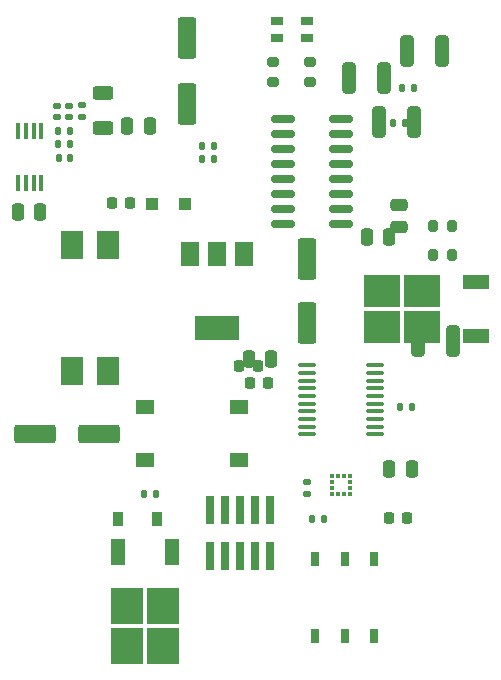
<source format=gtp>
%TF.GenerationSoftware,KiCad,Pcbnew,(6.0.1-0)*%
%TF.CreationDate,2022-10-07T23:17:41-05:00*%
%TF.ProjectId,tackle_sensor_hardware,7461636b-6c65-45f7-9365-6e736f725f68,rev?*%
%TF.SameCoordinates,Original*%
%TF.FileFunction,Paste,Top*%
%TF.FilePolarity,Positive*%
%FSLAX46Y46*%
G04 Gerber Fmt 4.6, Leading zero omitted, Abs format (unit mm)*
G04 Created by KiCad (PCBNEW (6.0.1-0)) date 2022-10-07 23:17:41*
%MOMM*%
%LPD*%
G01*
G04 APERTURE LIST*
G04 Aperture macros list*
%AMRoundRect*
0 Rectangle with rounded corners*
0 $1 Rounding radius*
0 $2 $3 $4 $5 $6 $7 $8 $9 X,Y pos of 4 corners*
0 Add a 4 corners polygon primitive as box body*
4,1,4,$2,$3,$4,$5,$6,$7,$8,$9,$2,$3,0*
0 Add four circle primitives for the rounded corners*
1,1,$1+$1,$2,$3*
1,1,$1+$1,$4,$5*
1,1,$1+$1,$6,$7*
1,1,$1+$1,$8,$9*
0 Add four rect primitives between the rounded corners*
20,1,$1+$1,$2,$3,$4,$5,0*
20,1,$1+$1,$4,$5,$6,$7,0*
20,1,$1+$1,$6,$7,$8,$9,0*
20,1,$1+$1,$8,$9,$2,$3,0*%
G04 Aperture macros list end*
%ADD10RoundRect,0.200000X-0.200000X-0.275000X0.200000X-0.275000X0.200000X0.275000X-0.200000X0.275000X0*%
%ADD11RoundRect,0.100000X-0.637500X-0.100000X0.637500X-0.100000X0.637500X0.100000X-0.637500X0.100000X0*%
%ADD12RoundRect,0.135000X-0.135000X-0.185000X0.135000X-0.185000X0.135000X0.185000X-0.135000X0.185000X0*%
%ADD13RoundRect,0.135000X0.135000X0.185000X-0.135000X0.185000X-0.135000X-0.185000X0.135000X-0.185000X0*%
%ADD14R,0.700000X1.200000*%
%ADD15RoundRect,0.250000X-0.250000X-0.475000X0.250000X-0.475000X0.250000X0.475000X-0.250000X0.475000X0*%
%ADD16RoundRect,0.250000X-0.312500X-1.075000X0.312500X-1.075000X0.312500X1.075000X-0.312500X1.075000X0*%
%ADD17R,0.450000X1.450000*%
%ADD18RoundRect,0.140000X0.170000X-0.140000X0.170000X0.140000X-0.170000X0.140000X-0.170000X-0.140000X0*%
%ADD19RoundRect,0.225000X-0.225000X-0.250000X0.225000X-0.250000X0.225000X0.250000X-0.225000X0.250000X0*%
%ADD20R,3.050000X2.750000*%
%ADD21R,2.200000X1.200000*%
%ADD22RoundRect,0.200000X-0.275000X0.200000X-0.275000X-0.200000X0.275000X-0.200000X0.275000X0.200000X0*%
%ADD23RoundRect,0.135000X0.185000X-0.135000X0.185000X0.135000X-0.185000X0.135000X-0.185000X-0.135000X0*%
%ADD24RoundRect,0.250000X0.250000X0.475000X-0.250000X0.475000X-0.250000X-0.475000X0.250000X-0.475000X0*%
%ADD25R,1.550000X1.300000*%
%ADD26R,0.350000X0.375000*%
%ADD27R,0.375000X0.350000*%
%ADD28RoundRect,0.225000X0.225000X0.250000X-0.225000X0.250000X-0.225000X-0.250000X0.225000X-0.250000X0*%
%ADD29RoundRect,0.150000X-0.825000X-0.150000X0.825000X-0.150000X0.825000X0.150000X-0.825000X0.150000X0*%
%ADD30RoundRect,0.135000X-0.185000X0.135000X-0.185000X-0.135000X0.185000X-0.135000X0.185000X0.135000X0*%
%ADD31R,1.955800X2.362200*%
%ADD32R,2.750000X3.050000*%
%ADD33R,1.200000X2.200000*%
%ADD34RoundRect,0.140000X-0.140000X-0.170000X0.140000X-0.170000X0.140000X0.170000X-0.140000X0.170000X0*%
%ADD35RoundRect,0.218750X0.218750X0.256250X-0.218750X0.256250X-0.218750X-0.256250X0.218750X-0.256250X0*%
%ADD36RoundRect,0.250000X0.625000X-0.312500X0.625000X0.312500X-0.625000X0.312500X-0.625000X-0.312500X0*%
%ADD37R,0.760000X2.400000*%
%ADD38RoundRect,0.250000X0.550000X-1.500000X0.550000X1.500000X-0.550000X1.500000X-0.550000X-1.500000X0*%
%ADD39R,1.500000X2.000000*%
%ADD40R,3.800000X2.000000*%
%ADD41RoundRect,0.250000X1.500000X0.550000X-1.500000X0.550000X-1.500000X-0.550000X1.500000X-0.550000X0*%
%ADD42R,1.100000X1.100000*%
%ADD43R,0.900000X1.200000*%
%ADD44RoundRect,0.250000X0.475000X-0.250000X0.475000X0.250000X-0.475000X0.250000X-0.475000X-0.250000X0*%
%ADD45R,1.000000X0.800000*%
G04 APERTURE END LIST*
D10*
%TO.C,R14*%
X157290000Y-89057000D03*
X158940000Y-89057000D03*
%TD*%
D11*
%TO.C,U2*%
X146685000Y-100890000D03*
X146685000Y-101540000D03*
X146685000Y-102190000D03*
X146685000Y-102840000D03*
X146685000Y-103490000D03*
X146685000Y-104140000D03*
X146685000Y-104790000D03*
X146685000Y-105440000D03*
X146685000Y-106090000D03*
X146685000Y-106740000D03*
X152410000Y-106740000D03*
X152410000Y-106090000D03*
X152410000Y-105440000D03*
X152410000Y-104790000D03*
X152410000Y-104140000D03*
X152410000Y-103490000D03*
X152410000Y-102840000D03*
X152410000Y-102190000D03*
X152410000Y-101540000D03*
X152410000Y-100890000D03*
%TD*%
D12*
%TO.C,R16*%
X154731000Y-77395000D03*
X155751000Y-77395000D03*
%TD*%
D13*
%TO.C,R7*%
X138815000Y-83439000D03*
X137795000Y-83439000D03*
%TD*%
D12*
%TO.C,R1*%
X132840000Y-111760000D03*
X133860000Y-111760000D03*
%TD*%
D14*
%TO.C,SW2*%
X147360000Y-117273000D03*
X149860000Y-117273000D03*
X152360000Y-117273000D03*
X147360000Y-123773000D03*
X149860000Y-123773000D03*
X152360000Y-123773000D03*
%TD*%
D15*
%TO.C,C11*%
X151704000Y-90043000D03*
X153604000Y-90043000D03*
%TD*%
D16*
%TO.C,R17*%
X155128500Y-74295000D03*
X158053500Y-74295000D03*
%TD*%
D17*
%TO.C,U3*%
X124165000Y-81071000D03*
X123515000Y-81071000D03*
X122865000Y-81071000D03*
X122215000Y-81071000D03*
X122215000Y-85471000D03*
X122865000Y-85471000D03*
X123515000Y-85471000D03*
X124165000Y-85471000D03*
%TD*%
D18*
%TO.C,C7*%
X126492000Y-79883000D03*
X126492000Y-78923000D03*
%TD*%
D10*
%TO.C,R12*%
X157290000Y-91567000D03*
X158940000Y-91567000D03*
%TD*%
D19*
%TO.C,C3*%
X153585500Y-113848000D03*
X155135500Y-113848000D03*
%TD*%
D15*
%TO.C,C2*%
X153616500Y-109657000D03*
X155516500Y-109657000D03*
%TD*%
D12*
%TO.C,R3*%
X125603000Y-81026000D03*
X126623000Y-81026000D03*
%TD*%
D20*
%TO.C,Q9*%
X156385000Y-97665000D03*
X153035000Y-94615000D03*
X156385000Y-94615000D03*
X153035000Y-97665000D03*
D21*
X161010000Y-98420000D03*
X161010000Y-93860000D03*
%TD*%
D22*
%TO.C,R11*%
X146919000Y-75246000D03*
X146919000Y-76896000D03*
%TD*%
D23*
%TO.C,R4*%
X127635000Y-79887000D03*
X127635000Y-78867000D03*
%TD*%
D24*
%TO.C,C15*%
X143632000Y-100330000D03*
X141732000Y-100330000D03*
%TD*%
D25*
%TO.C,SW1*%
X132926000Y-104430000D03*
X140886000Y-104430000D03*
X132926000Y-108930000D03*
X140886000Y-108930000D03*
%TD*%
D26*
%TO.C,U1*%
X150297000Y-110295500D03*
X149797000Y-110295500D03*
X149297000Y-110295500D03*
X148797000Y-110295500D03*
D27*
X148784500Y-110808000D03*
X148784500Y-111308000D03*
D26*
X148797000Y-111820500D03*
X149297000Y-111820500D03*
X149797000Y-111820500D03*
X150297000Y-111820500D03*
D27*
X150309500Y-111308000D03*
X150309500Y-110808000D03*
%TD*%
D16*
%TO.C,R18*%
X152781000Y-80264000D03*
X155706000Y-80264000D03*
%TD*%
D28*
%TO.C,C9*%
X131699000Y-87122000D03*
X130149000Y-87122000D03*
%TD*%
D29*
%TO.C,U5*%
X144591000Y-80010000D03*
X144591000Y-81280000D03*
X144591000Y-82550000D03*
X144591000Y-83820000D03*
X144591000Y-85090000D03*
X144591000Y-86360000D03*
X144591000Y-87630000D03*
X144591000Y-88900000D03*
X149541000Y-88900000D03*
X149541000Y-87630000D03*
X149541000Y-86360000D03*
X149541000Y-85090000D03*
X149541000Y-83820000D03*
X149541000Y-82550000D03*
X149541000Y-81280000D03*
X149541000Y-80010000D03*
%TD*%
D12*
%TO.C,R21*%
X154555000Y-104394000D03*
X155575000Y-104394000D03*
%TD*%
%TO.C,R9*%
X147066000Y-113919000D03*
X148086000Y-113919000D03*
%TD*%
D30*
%TO.C,R2*%
X146626500Y-110796000D03*
X146626500Y-111816000D03*
%TD*%
D31*
%TO.C,T1*%
X129770000Y-90690700D03*
X126770000Y-90690700D03*
X126770000Y-101333300D03*
X129770000Y-101333300D03*
%TD*%
D12*
%TO.C,R8*%
X137795000Y-82296000D03*
X138815000Y-82296000D03*
%TD*%
%TO.C,R5*%
X125599000Y-82169000D03*
X126619000Y-82169000D03*
%TD*%
D32*
%TO.C,Q1*%
X134495000Y-124635000D03*
X131445000Y-121285000D03*
X131445000Y-124635000D03*
X134495000Y-121285000D03*
D33*
X135250000Y-116660000D03*
X130690000Y-116660000D03*
%TD*%
D18*
%TO.C,C6*%
X125476000Y-79883000D03*
X125476000Y-78923000D03*
%TD*%
D28*
%TO.C,C16*%
X143383000Y-102362000D03*
X141833000Y-102362000D03*
%TD*%
D22*
%TO.C,R13*%
X143744000Y-75246000D03*
X143744000Y-76896000D03*
%TD*%
D34*
%TO.C,C8*%
X125631000Y-83312000D03*
X126591000Y-83312000D03*
%TD*%
D35*
%TO.C,D3*%
X142503500Y-100967000D03*
X140928500Y-100967000D03*
%TD*%
D36*
%TO.C,R6*%
X129413000Y-80772000D03*
X129413000Y-77847000D03*
%TD*%
D24*
%TO.C,C5*%
X124079000Y-87884000D03*
X122179000Y-87884000D03*
%TD*%
D37*
%TO.C,J4*%
X143510000Y-113112000D03*
X143510000Y-117012000D03*
X142240000Y-113112000D03*
X142240000Y-117012000D03*
X140970000Y-113112000D03*
X140970000Y-117012000D03*
X139700000Y-113112000D03*
X139700000Y-117012000D03*
X138430000Y-113112000D03*
X138430000Y-117012000D03*
%TD*%
D38*
%TO.C,C10*%
X136525000Y-78740000D03*
X136525000Y-73140000D03*
%TD*%
D39*
%TO.C,U4*%
X141365000Y-91465000D03*
X139065000Y-91465000D03*
D40*
X139065000Y-97765000D03*
D39*
X136765000Y-91465000D03*
%TD*%
D24*
%TO.C,C12*%
X133350000Y-80645000D03*
X131450000Y-80645000D03*
%TD*%
D38*
%TO.C,C13*%
X146685000Y-97315000D03*
X146685000Y-91915000D03*
%TD*%
D41*
%TO.C,C4*%
X129065000Y-106680000D03*
X123665000Y-106680000D03*
%TD*%
D42*
%TO.C,D1*%
X136337500Y-87249000D03*
X133537500Y-87249000D03*
%TD*%
D12*
%TO.C,R10*%
X153924000Y-80391000D03*
X154944000Y-80391000D03*
%TD*%
D43*
%TO.C,D4*%
X130685000Y-113875000D03*
X133985000Y-113875000D03*
%TD*%
D16*
%TO.C,R15*%
X156079000Y-98806000D03*
X159004000Y-98806000D03*
%TD*%
%TO.C,F1*%
X150237000Y-76581000D03*
X153162000Y-76581000D03*
%TD*%
D44*
%TO.C,C1*%
X154450774Y-89174000D03*
X154450774Y-87274000D03*
%TD*%
D45*
%TO.C,D2*%
X146645000Y-73152000D03*
X146645000Y-71752000D03*
X144145000Y-71752000D03*
X144145000Y-73152000D03*
%TD*%
M02*

</source>
